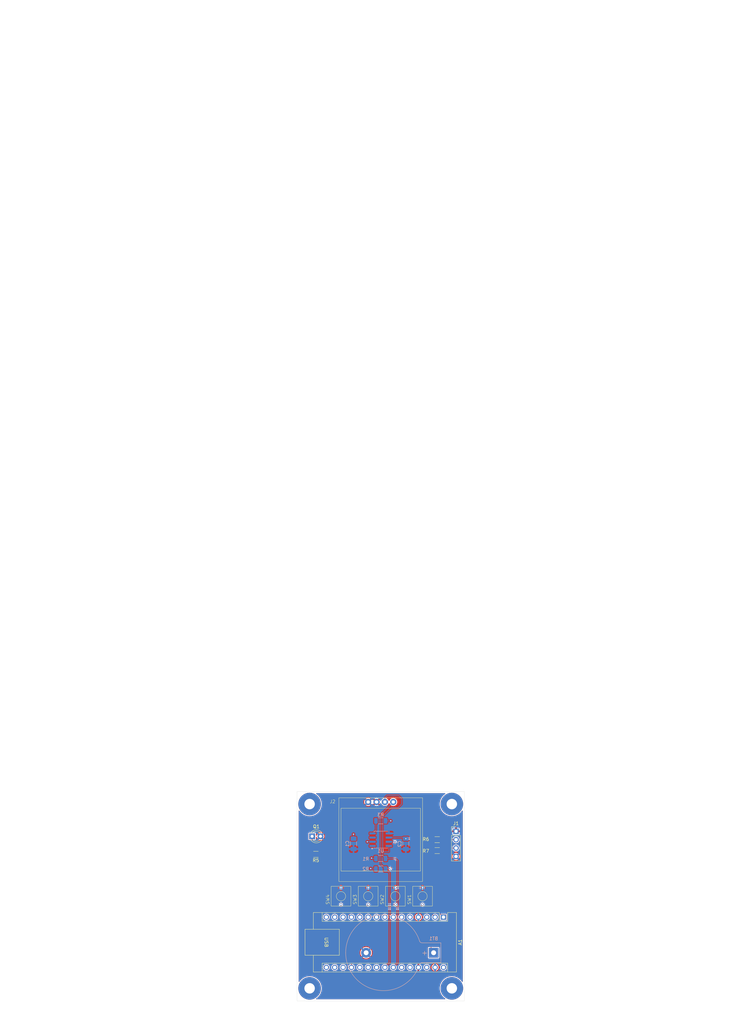
<source format=kicad_pcb>
(kicad_pcb (version 20241229) (generator "pcbnew") (generator_version "9.0")
  (layers (0 "F.Cu" signal) (2 "B.Cu" signal) (13 "F.Paste" user) (15 "B.Paste" user) (5 "F.SilkS" user "F.Silkscreen") (7 "B.SilkS" user "B.Silkscreen") (1 "F.Mask" user) (3 "B.Mask" user) (25 "Edge.Cuts" user))
  (net 0 "")
  (net 3 "GND")
  (net 6 "Net-(A1-D1{slash}TX)")
  (net 8 "/S2")
  (net 9 "/ALS")
  (net 10 "/SCL")
  (net 12 "/S0")
  (net 16 "VCC")
  (net 18 "/S3")
  (net 19 "/SDA")
  (net 20 "Net-(A1-D0{slash}RX)")
  (net 21 "/S1")
  (net 24 "+BATT")
  (net 25 "Net-(J1-Pin_3)")
  (net 26 "Net-(J1-Pin_2)")
  (net 27 "Net-(U1-~{RST})")
  (footprint "AA_parts:mtg_440" (layer "F.Cu") (at 149.86 210.82)
    (property "Reference" "H4" (hide yes))
    (property "Value" "MountingHole")
    (pad "1" thru_hole circle (at 0 0) (size 6.858 6.858) (drill 3.175) (layers "*.Cu" "*.Mask"))
  )
  (footprint "LED_THT:LED_D3.0mm_Clear" (layer "F.Cu") (at 107.442 164.719)
    (property "Reference" "Q1" (at 1.27 -2.96 0) (layer "F.SilkS"))
    (property "Value" "TEPT4400")
    (fp_line (start -0.29 -1.236) (end -0.29 -1.08) (stroke (width 0.12)) (layer "F.SilkS"))
    (fp_line (start -0.29 1.08) (end -0.29 1.236) (stroke (width 0.12)) (layer "F.SilkS"))
    (fp_arc (start -0.29 -1.235516) (mid 1.36566 -1.987699) (end 2.941437 -1.08) (stroke (width 0.12)) (layer "F.SilkS"))
    (fp_arc (start 0.229039 -1.08) (mid 1.27 -1.5) (end 2.310961 -1.08) (stroke (width 0.12)) (layer "F.SilkS"))
    (fp_arc (start 2.310961 1.08) (mid 1.27 1.5) (end 0.229039 1.08) (stroke (width 0.12)) (layer "F.SilkS"))
    (fp_arc (start 2.941437 1.08) (mid 1.36566 1.987699) (end -0.29 1.235516) (stroke (width 0.12)) (layer "F.SilkS"))
    (pad "1" thru_hole rect (at 0 0) (size 1.8 1.8) (drill 0.9) (layers "*.Cu" "*.Mask") (net 9 "/ALS"))
    (pad "2" thru_hole circle (at 2.54 0) (size 1.8 1.8) (drill 0.9) (layers "*.Cu" "*.Mask") (net 3 "GND"))
  )
  (footprint "AA_parts:mtg_440" (layer "F.Cu") (at 106.68 210.82)
    (property "Reference" "H3" (hide yes))
    (property "Value" "MountingHole")
    (pad "1" thru_hole circle (at 0 0) (size 6.858 6.858) (drill 3.175) (layers "*.Cu" "*.Mask"))
  )
  (footprint "Resistor_SMD:R_1206_3216Metric" (layer "F.Cu") (at 145.415 169.045 180)
    (property "Reference" "R7" (at 3.429 -0.119 0) (layer "F.SilkS"))
    (property "Value" "R_US")
    (fp_line (start -0.727064 0.91) (end 0.727064 0.91) (stroke (width 0.12)) (layer "F.SilkS"))
    (fp_line (start -0.727064 -0.91) (end 0.727064 -0.91) (stroke (width 0.12)) (layer "F.SilkS"))
    (pad "1" smd roundrect (at -1.4625 0 180) (size 1.125 1.75) (layers "F.Cu" "F.Mask" "F.Paste") (roundrect_rratio 0.222222) (net 25 "Net-(J1-Pin_3)"))
    (pad "2" smd roundrect (at 1.4625 0 180) (size 1.125 1.75) (layers "F.Cu" "F.Mask" "F.Paste") (roundrect_rratio 0.222222) (net 20 "Net-(A1-D0{slash}RX)"))
  )
  (footprint "AA_parts:mtg_440" (layer "F.Cu") (at 149.86 154.94)
    (property "Reference" "H2" (hide yes))
    (property "Value" "MountingHole")
    (pad "1" thru_hole circle (at 0 0) (size 6.858 6.858) (drill 3.175) (layers "*.Cu" "*.Mask"))
  )
  (footprint "AA_parts:Push_SW" (layer "F.Cu") (at 124.46 182.88 90)
    (property "Reference" "SW3" (at -1 -4 90) (layer "F.SilkS") (effects (font (thickness 0.1))))
    (property "Value" "SW_Push")
    (fp_rect (start -3 -3) (end 3 3) (stroke (width 0.1)) (fill no) (layer "F.SilkS"))
    (fp_circle (center 0 0) (end 1 1) (stroke (width 0.1)) (fill no) (layer "F.SilkS"))
    (pad "1" thru_hole circle (at -2.54 0 90) (size 0.762 0.762) (drill 0.4572) (layers "*.Cu" "*.Mask") (net 8 "/S2"))
    (pad "2" thru_hole circle (at 2.54 0 90) (size 0.762 0.762) (drill 0.4572) (layers "*.Cu" "*.Mask") (net 3 "GND"))
  )
  (footprint "Module:Arduino_Nano" (layer "F.Cu") (at 147.32 189.23 -90)
    (property "Reference" "A1" (at 7.62 -5.08 90) (layer "F.SilkS"))
    (property "Value" "Arduino_Nano_v3.x")
    (fp_line (start 3.68 42.04) (end 3.68 31.62) (stroke (width 0.12)) (layer "F.SilkS"))
    (fp_line (start 11.56 42.04) (end 3.68 42.04) (stroke (width 0.12)) (layer "F.SilkS"))
    (fp_line (start -1.4 39.5) (end 3.68 39.5) (stroke (width 0.12)) (layer "F.SilkS"))
    (fp_line (start 16.64 39.5) (end 11.56 39.5) (stroke (width 0.12)) (layer "F.SilkS"))
    (fp_line (start 16.64 39.5) (end 16.64 -3.94) (stroke (width 0.12)) (layer "F.SilkS"))
    (fp_line (start 1.27 36.83) (end -1.4 36.83) (stroke (width 0.12)) (layer "F.SilkS"))
    (fp_line (start 13.97 36.83) (end 16.64 36.83) (stroke (width 0.12)) (layer "F.SilkS"))
    (fp_line (start 3.68 31.62) (end 11.56 31.62) (stroke (width 0.12)) (layer "F.SilkS"))
    (fp_line (start 11.56 31.62) (end 11.56 42.04) (stroke (width 0.12)) (layer "F.SilkS"))
    (fp_line (start -1.4 1.27) (end -1.4 39.5) (stroke (width 0.12)) (layer "F.SilkS"))
    (fp_line (start 1.27 1.27) (end 1.27 36.83) (stroke (width 0.12)) (layer "F.SilkS"))
    (fp_line (start 1.27 1.27) (end -1.4 1.27) (stroke (width 0.12)) (layer "F.SilkS"))
    (fp_line (start 1.27 1.27) (end 1.27 -1.27) (stroke (width 0.12)) (layer "F.SilkS"))
    (fp_line (start 1.27 -1.27) (end -1.4 -1.27) (stroke (width 0.12)) (layer "F.SilkS"))
    (fp_line (start 13.97 -1.27) (end 13.97 36.83) (stroke (width 0.12)) (layer "F.SilkS"))
    (fp_line (start 13.97 -1.27) (end 16.64 -1.27) (stroke (width 0.12)) (layer "F.SilkS"))
    (fp_line (start -1.4 -3.94) (end -1.4 -1.27) (stroke (width 0.12)) (layer "F.SilkS"))
    (fp_line (start 16.64 -3.94) (end -1.4 -3.94) (stroke (width 0.12)) (layer "F.SilkS"))
    (fp_text user "USB" (at 7.62 35.56 270) (layer "F.SilkS"))
    (pad "1" thru_hole rect (at 0 0 270) (size 1.6 1.6) (drill 1) (layers "*.Cu" "*.Mask") (net 6 "Net-(A1-D1{slash}TX)"))
    (pad "2" thru_hole oval (at 0 2.54 270) (size 1.6 1.6) (drill 1) (layers "*.Cu" "*.Mask") (net 20 "Net-(A1-D0{slash}RX)"))
    (pad "3" thru_hole oval (at 0 5.08 270) (size 1.6 1.6) (drill 1) (layers "*.Cu" "*.Mask"))
    (pad "4" thru_hole oval (at 0 7.62 270) (size 1.6 1.6) (drill 1) (layers "*.Cu" "*.Mask") (net 3 "GND"))
    (pad "5" thru_hole oval (at 0 10.16 270) (size 1.6 1.6) (drill 1) (layers "*.Cu" "*.Mask"))
    (pad "6" thru_hole oval (at 0 12.7 270) (size 1.6 1.6) (drill 1) (layers "*.Cu" "*.Mask"))
    (pad "7" thru_hole oval (at 0 15.24 270) (size 1.6 1.6) (drill 1) (layers "*.Cu" "*.Mask"))
    (pad "8" thru_hole oval (at 0 17.78 270) (size 1.6 1.6) (drill 1) (layers "*.Cu" "*.Mask"))
    (pad "9" thru_hole oval (at 0 20.32 270) (size 1.6 1.6) (drill 1) (layers "*.Cu" "*.Mask") (net 12 "/S0"))
    (pad "10" thru_hole oval (at 0 22.86 270) (size 1.6 1.6) (drill 1) (layers "*.Cu" "*.Mask") (net 21 "/S1"))
    (pad "11" thru_hole oval (at 0 25.4 270) (size 1.6 1.6) (drill 1) (layers "*.Cu" "*.Mask") (net 8 "/S2"))
    (pad "12" thru_hole oval (at 0 27.94 270) (size 1.6 1.6) (drill 1) (layers "*.Cu" "*.Mask") (net 18 "/S3"))
    (pad "13" thru_hole oval (at 0 30.48 270) (size 1.6 1.6) (drill 1) (layers "*.Cu" "*.Mask"))
    (pad "14" thru_hole oval (at 0 33.02 270) (size 1.6 1.6) (drill 1) (layers "*.Cu" "*.Mask"))
    (pad "15" thru_hole oval (at 0 35.56 270) (size 1.6 1.6) (drill 1) (layers "*.Cu" "*.Mask"))
    (pad "16" thru_hole oval (at 15.24 35.56 270) (size 1.6 1.6) (drill 1) (layers "*.Cu" "*.Mask"))
    (pad "17" thru_hole oval (at 15.24 33.02 270) (size 1.6 1.6) (drill 1) (layers "*.Cu" "*.Mask"))
    (pad "18" thru_hole oval (at 15.24 30.48 270) (size 1.6 1.6) (drill 1) (layers "*.Cu" "*.Mask"))
    (pad "19" thru_hole oval (at 15.24 27.94 270) (size 1.6 1.6) (drill 1) (layers "*.Cu" "*.Mask") (net 9 "/ALS"))
    (pad "20" thru_hole oval (at 15.24 25.4 270) (size 1.6 1.6) (drill 1) (layers "*.Cu" "*.Mask"))
    (pad "21" thru_hole oval (at 15.24 22.86 270) (size 1.6 1.6) (drill 1) (layers "*.Cu" "*.Mask"))
    (pad "22" thru_hole oval (at 15.24 20.32 270) (size 1.6 1.6) (drill 1) (layers "*.Cu" "*.Mask"))
    (pad "23" thru_hole oval (at 15.24 17.78 270) (size 1.6 1.6) (drill 1) (layers "*.Cu" "*.Mask") (net 19 "/SDA"))
    (pad "24" thru_hole oval (at 15.24 15.24 270) (size 1.6 1.6) (drill 1) (layers "*.Cu" "*.Mask") (net 10 "/SCL"))
    (pad "25" thru_hole oval (at 15.24 12.7 270) (size 1.6 1.6) (drill 1) (layers "*.Cu" "*.Mask"))
    (pad "26" thru_hole oval (at 15.24 10.16 270) (size 1.6 1.6) (drill 1) (layers "*.Cu" "*.Mask"))
    (pad "27" thru_hole oval (at 15.24 7.62 270) (size 1.6 1.6) (drill 1) (layers "*.Cu" "*.Mask") (net 16 "VCC"))
    (pad "28" thru_hole oval (at 15.24 5.08 270) (size 1.6 1.6) (drill 1) (layers "*.Cu" "*.Mask"))
    (pad "29" thru_hole oval (at 15.24 2.54 270) (size 1.6 1.6) (drill 1) (layers "*.Cu" "*.Mask") (net 3 "GND"))
    (pad "30" thru_hole oval (at 15.24 0 270) (size 1.6 1.6) (drill 1) (layers "*.Cu" "*.Mask"))
  )
  (footprint "Resistor_SMD:R_1206_3216Metric" (layer "F.Cu") (at 108.585 170.18 180)
    (property "Reference" "R5" (at 0 -1.83 0) (layer "F.SilkS"))
    (property "Value" "R_US")
    (fp_line (start -0.727064 0.91) (end 0.727064 0.91) (stroke (width 0.12)) (layer "F.SilkS"))
    (fp_line (start -0.727064 -0.91) (end 0.727064 -0.91) (stroke (width 0.12)) (layer "F.SilkS"))
    (pad "1" smd roundrect (at -1.4625 0 180) (size 1.125 1.75) (layers "F.Cu" "F.Mask" "F.Paste") (roundrect_rratio 0.222222) (net 16 "VCC"))
    (pad "2" smd roundrect (at 1.4625 0 180) (size 1.125 1.75) (layers "F.Cu" "F.Mask" "F.Paste") (roundrect_rratio 0.222222) (net 9 "/ALS"))
  )
  (footprint "AA_parts:OLED_0.96IN" (layer "F.Cu") (at 124.46 154.305)
    (property "Reference" "J2" (at -10.795 -0.127 0) (layer "F.SilkS") (effects (font (thickness 0.1))))
    (property "Value" "Conn_01x04_Pin")
    (fp_rect (start -8.89 -1.27) (end 16.51 24.13) (stroke (width 0.1)) (fill no) (layer "F.SilkS"))
    (fp_rect (start -8.255 1.905) (end 15.875 20.955) (stroke (width 0.1)) (fill no) (layer "F.SilkS"))
    (pad "1" thru_hole circle (at 0 0) (size 1.905 1.905) (drill 1) (layers "*.Cu" "*.Mask") (net 3 "GND"))
    (pad "2" thru_hole circle (at 2.54 0) (size 1.905 1.905) (drill 1) (layers "*.Cu" "*.Mask") (net 16 "VCC"))
    (pad "3" thru_hole circle (at 5.08 0) (size 1.905 1.905) (drill 1) (layers "*.Cu" "*.Mask") (net 10 "/SCL"))
    (pad "4" thru_hole circle (at 7.62 0) (size 1.905 1.905) (drill 1) (layers "*.Cu" "*.Mask") (net 19 "/SDA"))
  )
  (footprint "Connector_PinHeader_2.54mm:PinHeader_1x04_P2.54mm_Vertical" (layer "F.Cu") (at 151.13 163.195)
    (property "Reference" "J1" (at 0 -2.38 0) (layer "F.SilkS"))
    (property "Value" "Conn_01x04_Pin")
    (fp_line (start -1.38 -1.38) (end 0 -1.38) (stroke (width 0.12)) (layer "F.SilkS"))
    (fp_line (start -1.38 0) (end -1.38 -1.38) (stroke (width 0.12)) (layer "F.SilkS"))
    (fp_line (start -1.38 1.27) (end -1.38 9) (stroke (width 0.12)) (layer "F.SilkS"))
    (fp_line (start -1.38 1.27) (end 1.38 1.27) (stroke (width 0.12)) (layer "F.SilkS"))
    (fp_line (start -1.38 9) (end 1.38 9) (stroke (width 0.12)) (layer "F.SilkS"))
    (fp_line (start 1.38 1.27) (end 1.38 9) (stroke (width 0.12)) (layer "F.SilkS"))
    (pad "1" thru_hole rect (at 0 0) (size 1.7 1.7) (drill 1) (layers "*.Cu" "*.Mask") (net 16 "VCC"))
    (pad "2" thru_hole circle (at 0 2.54) (size 1.7 1.7) (drill 1) (layers "*.Cu" "*.Mask") (net 26 "Net-(J1-Pin_2)"))
    (pad "3" thru_hole circle (at 0 5.08) (size 1.7 1.7) (drill 1) (layers "*.Cu" "*.Mask") (net 25 "Net-(J1-Pin_3)"))
    (pad "4" thru_hole circle (at 0 7.62) (size 1.7 1.7) (drill 1) (layers "*.Cu" "*.Mask") (net 3 "GND"))
  )
  (footprint "AA_parts:Push_SW" (layer "F.Cu") (at 132.715 182.88 90)
    (property "Reference" "SW2" (at -1 -4 90) (layer "F.SilkS") (effects (font (thickness 0.1))))
    (property "Value" "SW_Push")
    (fp_rect (start -3 -3) (end 3 3) (stroke (width 0.1)) (fill no) (layer "F.SilkS"))
    (fp_circle (center 0 0) (end 1 1) (stroke (width 0.1)) (fill no) (layer "F.SilkS"))
    (pad "1" thru_hole circle (at -2.54 0 90) (size 0.762 0.762) (drill 0.4572) (layers "*.Cu" "*.Mask") (net 21 "/S1"))
    (pad "2" thru_hole circle (at 2.54 0 90) (size 0.762 0.762) (drill 0.4572) (layers "*.Cu" "*.Mask") (net 3 "GND"))
  )
  (footprint "Resistor_SMD:R_1206_3216Metric" (layer "F.Cu") (at 145.415 165.735 180)
    (property "Reference" "R6" (at 3.429 0.127 0) (layer "F.SilkS"))
    (property "Value" "R_US")
    (fp_line (start -0.727064 0.91) (end 0.727064 0.91) (stroke (width 0.12)) (layer "F.SilkS"))
    (fp_line (start -0.727064 -0.91) (end 0.727064 -0.91) (stroke (width 0.12)) (layer "F.SilkS"))
    (pad "1" smd roundrect (at -1.4625 0 180) (size 1.125 1.75) (layers "F.Cu" "F.Mask" "F.Paste") (roundrect_rratio 0.222222) (net 26 "Net-(J1-Pin_2)"))
    (pad "2" smd roundrect (at 1.4625 0 180) (size 1.125 1.75) (layers "F.Cu" "F.Mask" "F.Paste") (roundrect_rratio 0.222222) (net 6 "Net-(A1-D1{slash}TX)"))
  )
  (footprint "AA_parts:Push_SW" (layer "F.Cu") (at 116.205 182.88 90)
    (property "Reference" "SW4" (at -1 -4 90) (layer "F.SilkS") (effects (font (thickness 0.1))))
    (property "Value" "SW_Push")
    (fp_rect (start -3 -3) (end 3 3) (stroke (width 0.1)) (fill no) (layer "F.SilkS"))
    (fp_circle (center 0 0) (end 1 1) (stroke (width 0.1)) (fill no) (layer "F.SilkS"))
    (pad "1" thru_hole circle (at -2.54 0 90) (size 0.762 0.762) (drill 0.4572) (layers "*.Cu" "*.Mask") (net 18 "/S3"))
    (pad "2" thru_hole circle (at 2.54 0 90) (size 0.762 0.762) (drill 0.4572) (layers "*.Cu" "*.Mask") (net 3 "GND"))
  )
  (footprint "AA_parts:mtg_440" (layer "F.Cu") (at 106.68 154.94)
    (property "Reference" "H1" (hide yes))
    (property "Value" "MountingHole")
    (pad "1" thru_hole circle (at 0 0) (size 6.858 6.858) (drill 3.175) (layers "*.Cu" "*.Mask"))
  )
  (footprint "AA_parts:Push_SW" (layer "F.Cu") (at 140.97 182.88 90)
    (property "Reference" "SW1" (at -1 -4 90) (layer "F.SilkS") (effects (font (thickness 0.1))))
    (property "Value" "SW_Push")
    (fp_rect (start -3 -3) (end 3 3) (stroke (width 0.1)) (fill no) (layer "F.SilkS"))
    (fp_circle (center 0 0) (end 1 1) (stroke (width 0.1)) (fill no) (layer "F.SilkS"))
    (pad "1" thru_hole circle (at -2.54 0 90) (size 0.762 0.762) (drill 0.4572) (layers "*.Cu" "*.Mask") (net 12 "/S0"))
    (pad "2" thru_hole circle (at 2.54 0 90) (size 0.762 0.762) (drill 0.4572) (layers "*.Cu" "*.Mask") (net 3 "GND"))
  )
  (footprint "Resistor_SMD:R_1206_3216Metric" (layer "B.Cu") (at 128.27 160.02 180)
    (property "Reference" "R3" (at 0 1.83 0) (layer "B.SilkS") (effects (justify mirror)))
    (property "Value" "R_US")
    (fp_line (start -0.727064 0.91) (end 0.727064 0.91) (stroke (width 0.12)) (layer "B.SilkS"))
    (fp_line (start -0.727064 -0.91) (end 0.727064 -0.91) (stroke (width 0.12)) (layer "B.SilkS"))
    (pad "1" smd roundrect (at -1.4625 0 180) (size 1.125 1.75) (layers "B.Cu" "B.Mask" "B.Paste") (roundrect_rratio 0.222222) (net 16 "VCC"))
    (pad "2" smd roundrect (at 1.4625 0 180) (size 1.125 1.75) (layers "B.Cu" "B.Mask" "B.Paste") (roundrect_rratio 0.222222) (net 27 "Net-(U1-~{RST})"))
  )
  (footprint "Battery:BatteryHolder_Keystone_103_1x20mm" (layer "B.Cu") (at 144.33 200.024999 180)
    (property "Reference" "BT1" (at 0 4.3 0) (layer "B.SilkS") (effects (justify mirror)))
    (property "Value" "Battery_Cell")
    (fp_line (start -2.2 3) (end 3.5 3) (stroke (width 0.12)) (layer "B.SilkS"))
    (fp_line (start -2.2 -3) (end 3.5 -3) (stroke (width 0.12)) (layer "B.SilkS"))
    (fp_line (start -2.2 -3) (end -2.2 3) (stroke (width 0.12)) (layer "B.SilkS"))
    (fp_arc (start 26.695671 0) (mid 16.971103 11.358466) (end 4.25 3.5) (stroke (width 0.12)) (layer "B.SilkS"))
    (fp_arc (start 4.25 -3.5) (mid 16.971103 -11.358466) (end 26.695671 0) (stroke (width 0.12)) (layer "B.SilkS"))
    (fp_arc (start 4.25 -3.5) (mid 3.950694 -3.136459) (end 3.5 -3) (stroke (width 0.12)) (layer "B.SilkS"))
    (fp_arc (start 3.5 3) (mid 3.950694 3.136459) (end 4.25 3.5) (stroke (width 0.12)) (layer "B.SilkS"))
    (fp_text user "+" (at 2.75 0 0) (layer "B.SilkS") (effects (font (size 1.5 1.5)) (justify mirror)))
    (pad "1" thru_hole rect (at 0 0 180) (size 3 3) (drill 1.5) (layers "*.Cu" "*.Mask") (net 24 "+BATT"))
    (pad "2" thru_hole circle (at 20.49 0 180) (size 3 3) (drill 1.5) (layers "*.Cu" "*.Mask") (net 3 "GND"))
  )
  (footprint "Capacitor_SMD:C_1206_3216Metric_Pad1.33x1.80mm_HandSolder" (layer "B.Cu") (at 135.89 167.005 -90)
    (property "Reference" "C2" (at 0 1.85 90) (layer "B.SilkS") (effects (justify mirror)))
    (property "Value" "0.1uF")
    (fp_line (start -0.711252 0.91) (end 0.711252 0.91) (stroke (width 0.12)) (layer "B.SilkS"))
    (fp_line (start -0.711252 -0.91) (end 0.711252 -0.91) (stroke (width 0.12)) (layer "B.SilkS"))
    (pad "1" smd roundrect (at -1.5625 0 270) (size 1.325 1.8) (layers "B.Cu" "B.Mask" "B.Paste") (roundrect_rratio 0.188679) (net 24 "+BATT"))
    (pad "2" smd roundrect (at 1.5625 0 270) (size 1.325 1.8) (layers "B.Cu" "B.Mask" "B.Paste") (roundrect_rratio 0.188679) (net 3 "GND"))
  )
  (footprint "Capacitor_SMD:C_1206_3216Metric_Pad1.33x1.80mm_HandSolder" (layer "B.Cu") (at 120.015 167.005 -90)
    (property "Reference" "C1" (at 0 1.85 90) (layer "B.SilkS") (effects (justify mirror)))
    (property "Value" "0.1uF")
    (fp_line (start -0.711252 0.91) (end 0.711252 0.91) (stroke (width 0.12)) (layer "B.SilkS"))
    (fp_line (start -0.711252 -0.91) (end 0.711252 -0.91) (stroke (width 0.12)) (layer "B.SilkS"))
    (pad "1" smd roundrect (at -1.5625 0 270) (size 1.325 1.8) (layers "B.Cu" "B.Mask" "B.Paste") (roundrect_rratio 0.188679) (net 16 "VCC"))
    (pad "2" smd roundrect (at 1.5625 0 270) (size 1.325 1.8) (layers "B.Cu" "B.Mask" "B.Paste") (roundrect_rratio 0.188679) (net 3 "GND"))
  )
  (footprint "Package_SO:SOIC-8_3.9x4.9mm_P1.27mm" (layer "B.Cu") (at 128.27 165.735)
    (property "Reference" "U1" (at 0 3.4 0) (layer "B.SilkS") (effects (justify mirror)))
    (property "Value" "DS3231MZ")
    (fp_line (start -2.06 -2.56) (end -2.06 -2.465) (stroke (width 0.12)) (layer "B.SilkS"))
    (fp_line (start -2.06 2.465) (end -2.06 2.56) (stroke (width 0.12)) (layer "B.SilkS"))
    (fp_line (start -2.06 2.56) (end 2.06 2.56) (stroke (width 0.12)) (layer "B.SilkS"))
    (fp_line (start 2.06 -2.56) (end -2.06 -2.56) (stroke (width 0.12)) (layer "B.SilkS"))
    (fp_line (start 2.06 -2.465) (end 2.06 -2.56) (stroke (width 0.12)) (layer "B.SilkS"))
    (fp_line (start 2.06 2.56) (end 2.06 2.465) (stroke (width 0.12)) (layer "B.SilkS"))
    (fp_poly (pts (xy -2.6 2.47) (xy -2.84 2.8) (xy -2.36 2.8)) (stroke (width 0.12)) (fill yes) (layer "B.SilkS"))
    (pad "1" smd roundrect (at -2.475 1.905) (size 1.95 0.6) (layers "B.Cu" "B.Mask" "B.Paste"))
    (pad "2" smd roundrect (at -2.475 0.635) (size 1.95 0.6) (layers "B.Cu" "B.Mask" "B.Paste") (net 16 "VCC"))
    (pad "3" smd roundrect (at -2.475 -0.635) (size 1.95 0.6) (layers "B.Cu" "B.Mask" "B.Paste"))
    (pad "4" smd roundrect (at -2.475 -1.905) (size 1.95 0.6) (layers "B.Cu" "B.Mask" "B.Paste") (net 27 "Net-(U1-~{RST})"))
    (pad "5" smd roundrect (at 2.475 -1.905) (size 1.95 0.6) (layers "B.Cu" "B.Mask" "B.Paste") (net 3 "GND"))
    (pad "6" smd roundrect (at 2.475 -0.635) (size 1.95 0.6) (layers "B.Cu" "B.Mask" "B.Paste") (net 24 "+BATT"))
    (pad "7" smd roundrect (at 2.475 0.635) (size 1.95 0.6) (layers "B.Cu" "B.Mask" "B.Paste") (net 19 "/SDA"))
    (pad "8" smd roundrect (at 2.475 1.905) (size 1.95 0.6) (layers "B.Cu" "B.Mask" "B.Paste") (net 10 "/SCL"))
  )
  (footprint "Resistor_SMD:R_1206_3216Metric" (layer "B.Cu") (at 128.27 171.45)
    (property "Reference" "R1" (at -4.572 0.127 0) (layer "B.SilkS") (effects (justify mirror)))
    (property "Value" "R_US")
    (fp_line (start -0.727064 -0.91) (end 0.727064 -0.91) (stroke (width 0.12)) (layer "B.SilkS"))
    (fp_line (start -0.727064 0.91) (end 0.727064 0.91) (stroke (width 0.12)) (layer "B.SilkS"))
    (pad "1" smd roundrect (at -1.4625 0) (size 1.125 1.75) (layers "B.Cu" "B.Mask" "B.Paste") (roundrect_rratio 0.222222) (net 16 "VCC"))
    (pad "2" smd roundrect (at 1.4625 0) (size 1.125 1.75) (layers "B.Cu" "B.Mask" "B.Paste") (roundrect_rratio 0.222222) (net 10 "/SCL"))
  )
  (footprint "Resistor_SMD:R_1206_3216Metric" (layer "B.Cu") (at 128.27 174.625)
    (property "Reference" "R2" (at -4.572 0 0) (layer "B.SilkS") (effects (justify mirror)))
    (property "Value" "R_US")
    (fp_line (start -0.727064 -0.91) (end 0.727064 -0.91) (stroke (width 0.12)) (layer "B.SilkS"))
    (fp_line (start -0.727064 0.91) (end 0.727064 0.91) (stroke (width 0.12)) (layer "B.SilkS"))
    (pad "1" smd roundrect (at -1.4625 0) (size 1.125 1.75) (layers "B.Cu" "B.Mask" "B.Paste") (roundrect_rratio 0.222222) (net 16 "VCC"))
    (pad "2" smd roundrect (at 1.4625 0) (size 1.125 1.75) (layers "B.Cu" "B.Mask" "B.Paste") (roundrect_rratio 0.222222) (net 19 "/SDA"))
  )
  (gr_rect (start 102.87 151.13) (end 153.67 214.63) (stroke (width 0.05)) (fill no) (layer "Edge.Cuts"))
  (segment (start 132.715 180.34) (end 140.97 180.34) (width 0.2) (layer "F.Cu") (net 3))
  (segment (start 143.9525 165.735) (end 146.014 167.7965) (width 0.2) (layer "F.Cu") (net 6))
  (segment (start 146.014 167.7965) (end 146.014 187.924) (width 0.2) (layer "F.Cu") (net 6))
  (segment (start 146.014 187.924) (end 147.32 189.23) (width 0.2) (layer "F.Cu") (net 6))
  (segment (start 121.92 187.96) (end 121.92 189.23) (width 0.2) (layer "F.Cu") (net 8))
  (segment (start 124.46 185.42) (end 121.92 187.96) (width 0.2) (layer "F.Cu") (net 8))
  (segment (start 107.442 164.719) (end 107.442 169.8605) (width 0.2) (layer "F.Cu") (net 9))
  (segment (start 119.38 203.327) (end 119.38 204.47) (width 0.2) (layer "F.Cu") (net 9))
  (segment (start 107.1225 170.18) (end 107.1225 199.7055) (width 0.2) (layer "F.Cu") (net 9))
  (segment (start 117.983 201.93) (end 119.38 203.327) (width 0.2) (layer "F.Cu") (net 9))
  (segment (start 109.347 201.93) (end 117.983 201.93) (width 0.2) (layer "F.Cu") (net 9))
  (segment (start 107.1225 199.7055) (end 109.347 201.93) (width 0.2) (layer "F.Cu") (net 9))
  (segment (start 107.442 169.8605) (end 107.1225 170.18) (width 0.2) (layer "F.Cu") (net 9))
  (segment (start 130.683 169.418) (end 128.996 169.418) (width 0.2) (layer "B.Cu") (net 10))
  (segment (start 133.477 156.083) (end 134.62 154.94) (width 0.2) (layer "B.Cu") (net 10))
  (segment (start 128.869 169.291) (end 128.869 158.659) (width 0.2) (layer "B.Cu") (net 10))
  (segment (start 133.397 203.153) (end 133.397 172.132) (width 0.2) (layer "B.Cu") (net 10))
  (segment (start 130.175 152.4) (end 129.54 153.035) (width 0.2) (layer "B.Cu") (net 10))
  (segment (start 129.54 153.035) (end 129.54 154.305) (width 0.2) (layer "B.Cu") (net 10))
  (segment (start 129.7325 171.45) (end 128.869 170.5865) (width 0.2) (layer "B.Cu") (net 10))
  (segment (start 133.731 152.4) (end 130.175 152.4) (width 0.2) (layer "B.Cu") (net 10))
  (segment (start 134.62 153.289) (end 133.731 152.4) (width 0.2) (layer "B.Cu") (net 10))
  (segment (start 128.996 169.418) (end 128.869 169.291) (width 0.2) (layer "B.Cu") (net 10))
  (segment (start 130.745 167.64) (end 130.745 169.356) (width 0.2) (layer "B.Cu") (net 10))
  (segment (start 134.62 154.94) (end 134.62 153.289) (width 0.2) (layer "B.Cu") (net 10))
  (segment (start 128.869 158.659) (end 131.445 156.083) (width 0.2) (layer "B.Cu") (net 10))
  (segment (start 128.869 170.5865) (end 128.869 169.291) (width 0.2) (layer "B.Cu") (net 10))
  (segment (start 132.08 204.47) (end 133.397 203.153) (width 0.2) (layer "B.Cu") (net 10))
  (segment (start 131.445 156.083) (end 133.477 156.083) (width 0.2) (layer "B.Cu") (net 10))
  (segment (start 132.715 171.45) (end 129.7325 171.45) (width 0.2) (layer "B.Cu") (net 10))
  (segment (start 133.397 172.132) (end 132.715 171.45) (width 0.2) (layer "B.Cu") (net 10))
  (segment (start 130.745 169.356) (end 130.683 169.418) (width 0.2) (layer "B.Cu") (net 10))
  (segment (start 129.54 186.69) (end 127 189.23) (width 0.2) (layer "F.Cu") (net 12))
  (segment (start 139.7 186.69) (end 129.54 186.69) (width 0.2) (layer "F.Cu") (net 12))
  (segment (start 140.97 185.42) (end 139.7 186.69) (width 0.2) (layer "F.Cu") (net 12))
  (via (at 131.318 160.02) (size 0.6) (drill 0.3) (layers "F.Cu" "B.Cu") (net 16))
  (via (at 125.222 174.498) (size 0.6) (drill 0.3) (layers "F.Cu" "B.Cu") (net 16))
  (via (at 120.015 164.084) (size 0.6) (drill 0.3) (layers "F.Cu" "B.Cu") (net 16))
  (via (at 124.206 166.37) (size 0.6) (drill 0.3) (layers "F.Cu" "B.Cu") (net 16))
  (via (at 125.476 171.323) (size 0.6) (drill 0.3) (layers "F.Cu" "B.Cu") (net 16))
  (segment (start 120.015 165.4425) (end 120.015 164.084) (width 0.2) (layer "B.Cu") (net 16))
  (segment (start 126.8075 171.45) (end 125.603 171.45) (width 0.2) (layer "B.Cu") (net 16))
  (segment (start 126.8075 174.625) (end 125.349 174.625) (width 0.2) (layer "B.Cu") (net 16))
  (segment (start 129.7325 160.02) (end 131.318 160.02) (width 0.2) (layer "B.Cu") (net 16))
  (segment (start 125.795 166.37) (end 124.206 166.37) (width 0.2) (layer "B.Cu") (net 16))
  (segment (start 125.349 174.625) (end 125.222 174.498) (width 0.2) (layer "B.Cu") (net 16))
  (segment (start 125.603 171.45) (end 125.476 171.323) (width 0.2) (layer "B.Cu") (net 16))
  (segment (start 116.205 185.42) (end 116.205 186.055) (width 0.2) (layer "F.Cu") (net 18))
  (segment (start 116.205 186.055) (end 119.38 189.23) (width 0.2) (layer "F.Cu") (net 18))
  (segment (start 132.588 173.101) (end 131.191 174.498) (width 0.2) (layer "F.Cu") (net 19))
  (segment (start 132.588 166.37) (end 132.588 173.101) (width 0.2) (layer "F.Cu") (net 19))
  (via (at 132.588 166.37) (size 0.6) (drill 0.3) (layers "F.Cu" "B.Cu") (net 19))
  (via (at 131.191 174.498) (size 0.6) (drill 0.3) (layers "F.Cu" "B.Cu") (net 19))
  (segment (start 128.27 158.115) (end 132.08 154.305) (width 0.2) (layer "B.Cu") (net 19))
  (segment (start 131.191 174.498) (end 129.8595 174.498) (width 0.2) (layer "B.Cu") (net 19))
  (segment (start 129.7325 174.625) (end 128.27 173.1625) (width 0.2) (layer "B.Cu") (net 19))
  (segment (start 130.745 166.37) (end 132.588 166.37) (width 0.2) (layer "B.Cu") (net 19))
  (segment (start 129.54 204.47) (end 130.979 203.031) (width 0.2) (layer "B.Cu") (net 19))
  (segment (start 128.27 173.1625) (end 128.27 158.115) (width 0.2) (layer "B.Cu") (net 19))
  (segment (start 129.8595 174.498) (end 129.7325 174.625) (width 0.2) (layer "B.Cu") (net 19))
  (segment (start 130.979 203.031) (end 130.979 175.8715) (width 0.2) (layer "B.Cu") (net 19))
  (segment (start 130.979 175.8715) (end 129.7325 174.625) (width 0.2) (layer "B.Cu") (net 19))
  (segment (start 143.9525 188.4025) (end 144.78 189.23) (width 0.2) (layer "F.Cu") (net 20))
  (segment (start 143.9525 169.045) (end 143.9525 188.4025) (width 0.2) (layer "F.Cu") (net 20))
  (segment (start 132.715 185.42) (end 128.27 185.42) (width 0.2) (layer "F.Cu") (net 21))
  (segment (start 128.27 185.42) (end 124.46 189.23) (width 0.2) (layer "F.Cu") (net 21))
  (segment (start 137.5025 165.4425) (end 135.89 165.4425) (width 0.2) (layer "F.Cu") (net 24))
  (segment (start 144.33 200.024999) (end 143.5515 199.246499) (width 0.2) (layer "F.Cu") (net 24))
  (segment (start 143.5515 199.246499) (end 143.5515 171.4915) (width 0.2) (layer "F.Cu") (net 24))
  (segment (start 143.5515 171.4915) (end 137.5025 165.4425) (width 0.2) (layer "F.Cu") (net 24))
  (via (at 135.89 165.4425) (size 0.6) (drill 0.3) (layers "F.Cu" "B.Cu") (net 24))
  (segment (start 135.5475 165.1) (end 135.89 165.4425) (width 0.2) (layer "B.Cu") (net 24))
  (segment (start 130.745 165.1) (end 135.5475 165.1) (width 0.2) (layer "B.Cu") (net 24))
  (segment (start 147.6475 168.275) (end 151.13 168.275) (width 0.2) (layer "F.Cu") (net 25))
  (segment (start 146.8775 169.045) (end 147.6475 168.275) (width 0.2) (layer "F.Cu") (net 25))
  (segment (start 146.8775 165.735) (end 151.13 165.735) (width 0.2) (layer "F.Cu") (net 26))
  (segment (start 126.8075 160.02) (end 126.8075 162.8175) (width 0.2) (layer "B.Cu") (net 27))
  (segment (start 126.8075 162.8175) (end 125.795 163.83) (width 0.2) (layer "B.Cu") (net 27))
  (zone (net 16) (net_name "VCC") (layer "F.Cu") (priority 1) (connect_pads (clearance 0.254)) (min_thickness 0.254) (fill yes (thermal_gap 0.5) (thermal_bridge_width 0.5))
    (polygon (pts (xy 99.06 142.875) (xy 160.02 142.875) (xy 160.02 221.615) (xy 99.06 221.615)))
  )
  (zone (net 3) (net_name "GND") (layer "B.Cu") (connect_pads (clearance 0.254)) (min_thickness 0.254) (fill yes (thermal_gap 0.5) (thermal_bridge_width 0.5))
    (polygon (pts (xy 99.06 147.955) (xy 157.48 147.955) (xy 157.48 219.075) (xy 99.06 219.075)))
  )
)
</source>
